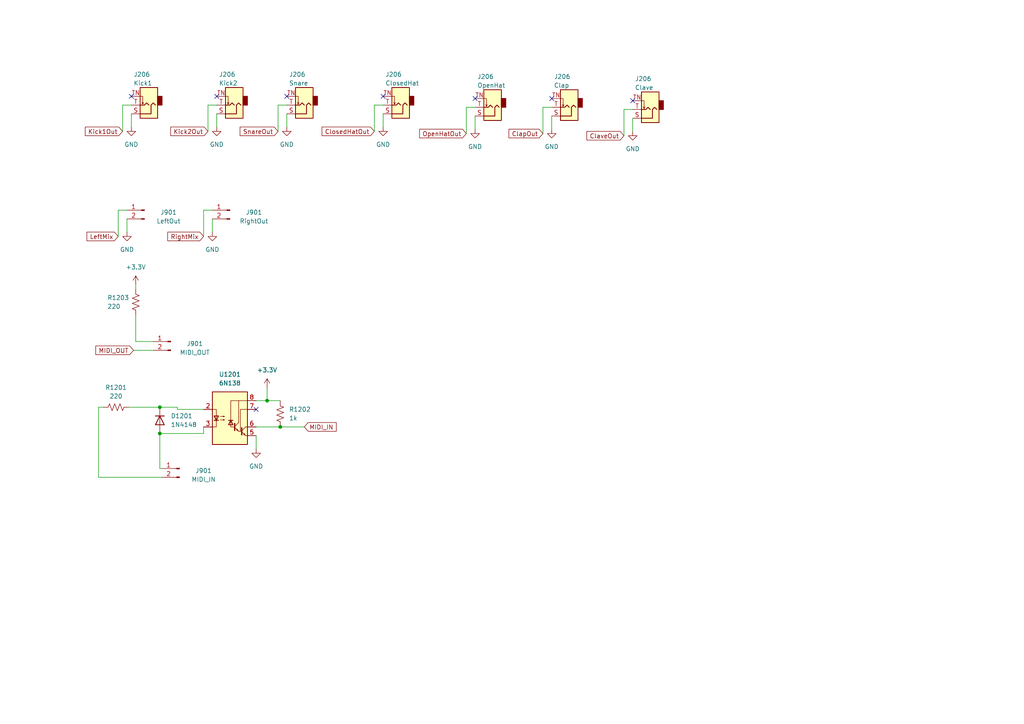
<source format=kicad_sch>
(kicad_sch (version 20230121) (generator eeschema)
  (paper "A4")
  (title_block (rev "1"))
  (lib_symbols
    (symbol "Connector:Conn_01x02_Pin" (pin_names (offset 1.016) hide)
      (property "Reference" "J" (at 0 2.54 0))
      (property "Value" "Conn_01x02_Pin" (at 0 -5.08 0))
      (symbol "Conn_01x02_Pin_1_1"
        (polyline (pts (xy 1.27 -2.54) (xy 0.8636 -2.54)) (stroke (width 0.1524)))
        (polyline (pts (xy 1.27 0) (xy 0.8636 0)) (stroke (width 0.1524)))
        (rectangle (start 0.8636 -2.413) (end 0 -2.667) (stroke (width 0.1524)) (fill (type outline)))
        (rectangle (start 0.8636 0.127) (end 0 -0.127) (stroke (width 0.1524)) (fill (type outline)))
        (pin passive line (at 5.08 0 180) (length 3.81) (name "Pin_1") (number "1"))
        (pin passive line (at 5.08 -2.54 180) (length 3.81) (name "Pin_2") (number "2"))
      )
    )
    (symbol "Connector_Audio:AudioJack2_SwitchT"
      (property "Reference" "J" (at 0 8.89 0))
      (property "Value" "AudioJack2_SwitchT" (at 0 6.35 0))
      (symbol "AudioJack2_SwitchT_0_1"
        (rectangle (start -2.54 0) (end -3.81 -2.54) (stroke (width 0.254)) (fill (type outline)))
        (polyline (pts (xy 1.778 -0.254) (xy 2.032 -0.762)))
        (polyline (pts (xy 0 0) (xy 0.635 -0.635) (xy 1.27 0) (xy 2.54 0)) (stroke (width 0.254)))
        (polyline (pts (xy 2.54 -2.54) (xy 1.778 -2.54) (xy 1.778 -0.254) (xy 1.524 -0.762)))
        (polyline (pts (xy 2.54 2.54) (xy -0.635 2.54) (xy -0.635 0) (xy -1.27 -0.635) (xy -1.905 0)) (stroke (width 0.254)))
        (rectangle (start 2.54 3.81) (end -2.54 -5.08) (stroke (width 0.254)) (fill (type background)))
      )
      (symbol "AudioJack2_SwitchT_1_1"
        (pin passive line (at 5.08 2.54 180) (length 2.54) (name "~") (number "S"))
        (pin passive line (at 5.08 0 180) (length 2.54) (name "~") (number "T"))
        (pin passive line (at 5.08 -2.54 180) (length 2.54) (name "~") (number "TN"))
      )
    )
    (symbol "Device:R_US" (pin_numbers hide) (pin_names (offset 0))
      (property "Reference" "R" (at 2.54 0 90))
      (property "Value" "R_US" (at -2.54 0 90))
      (symbol "R_US_0_1"
        (polyline (pts (xy 0 -2.286) (xy 0 -2.54)))
        (polyline (pts (xy 0 2.286) (xy 0 2.54)))
        (polyline (pts (xy 0 -0.762) (xy 1.016 -1.143) (xy 0 -1.524) (xy -1.016 -1.905) (xy 0 -2.286)))
        (polyline (pts (xy 0 0.762) (xy 1.016 0.381) (xy 0 0) (xy -1.016 -0.381) (xy 0 -0.762)))
        (polyline (pts (xy 0 2.286) (xy 1.016 1.905) (xy 0 1.524) (xy -1.016 1.143) (xy 0 0.762)))
      )
      (symbol "R_US_1_1"
        (pin passive line (at 0 3.81 270) (length 1.27) (name "~") (number "1"))
        (pin passive line (at 0 -3.81 90) (length 1.27) (name "~") (number "2"))
      )
    )
    (symbol "Diode:1N4148" (pin_numbers hide) (pin_names hide)
      (property "Reference" "D" (at 0 2.54 0))
      (property "Value" "1N4148" (at 0 -2.54 0))
      (symbol "1N4148_0_1"
        (polyline (pts (xy -1.27 1.27) (xy -1.27 -1.27)) (stroke (width 0.254)))
        (polyline (pts (xy 1.27 0) (xy -1.27 0)))
        (polyline (pts (xy 1.27 1.27) (xy 1.27 -1.27) (xy -1.27 0) (xy 1.27 1.27)) (stroke (width 0.254)))
      )
      (symbol "1N4148_1_1"
        (pin passive line (at -3.81 0 0) (length 2.54) (name "K") (number "1"))
        (pin passive line (at 3.81 0 180) (length 2.54) (name "A") (number "2"))
      )
    )
    (symbol "Isolator:6N138" (pin_names (offset 1.016) hide)
      (property "Reference" "U" (at -4.064 8.89 0))
      (property "Value" "6N138" (at 2.286 8.89 0))
      (symbol "6N138_0_1"
        (rectangle (start -5.08 7.62) (end 5.08 -7.62) (stroke (width 0.254)) (fill (type background)))
        (polyline (pts (xy -4.572 -0.635) (xy -3.302 -0.635)) (stroke (width 0.254)))
        (polyline (pts (xy 0.889 -0.635) (xy -0.381 -0.635)) (stroke (width 0.254)))
        (polyline (pts (xy 1.397 -2.667) (xy 2.54 -3.81)))
        (polyline (pts (xy 1.397 -2.413) (xy 2.54 -1.27)))
        (polyline (pts (xy 2.54 -3.81) (xy 3.175 -3.81)))
        (polyline (pts (xy 3.429 -3.937) (xy 4.572 -5.08)))
        (polyline (pts (xy 3.429 -3.683) (xy 4.572 -2.54)))
        (polyline (pts (xy 4.572 -5.08) (xy 5.08 -5.08)))
        (polyline (pts (xy 4.572 -2.54) (xy 5.08 -2.54)))
        (polyline (pts (xy 1.397 -1.524) (xy 1.397 -3.556) (xy 1.397 -3.556)) (stroke (width 0.3556)))
        (polyline (pts (xy 2.54 -1.27) (xy 2.54 5.08) (xy 5.08 5.08)))
        (polyline (pts (xy 3.429 -2.794) (xy 3.429 -4.826) (xy 3.429 -4.826)) (stroke (width 0.3556)))
        (polyline (pts (xy 5.08 2.54) (xy 3.048 2.54) (xy 3.048 -3.81)))
        (polyline (pts (xy -5.08 -2.54) (xy -3.937 -2.54) (xy -3.937 2.54) (xy -5.08 2.54)))
        (polyline (pts (xy -3.937 -0.635) (xy -4.572 0.635) (xy -3.302 0.635) (xy -3.937 -0.635)) (stroke (width 0.254)))
        (polyline (pts (xy 0.254 -0.635) (xy 0.889 -1.905) (xy -0.381 -1.905) (xy 0.254 -0.635)) (stroke (width 0.254)))
        (polyline (pts (xy 1.27 -2.54) (xy 0.254 -2.54) (xy 0.254 5.08) (xy 2.54 5.08)))
        (polyline (pts (xy 2.413 -3.683) (xy 2.159 -3.175) (xy 1.905 -3.429) (xy 2.413 -3.683)))
        (polyline (pts (xy 4.445 -4.953) (xy 4.191 -4.445) (xy 3.937 -4.699) (xy 4.445 -4.953)))
        (polyline (pts (xy -2.794 -0.508) (xy -1.524 -0.508) (xy -1.905 -0.635) (xy -1.905 -0.381) (xy -1.524 -0.508)))
        (polyline (pts (xy -2.794 0.508) (xy -1.524 0.508) (xy -1.905 0.381) (xy -1.905 0.635) (xy -1.524 0.508)))
      )
      (symbol "6N138_1_1"
        (pin no_connect line (at -5.08 5.08 0) (length 2.54) hide (name "NC") (number "1"))
        (pin passive line (at -7.62 2.54 0) (length 2.54) (name "C1") (number "2"))
        (pin passive line (at -7.62 -2.54 0) (length 2.54) (name "C2") (number "3"))
        (pin no_connect line (at -5.08 -5.08 0) (length 2.54) hide (name "NC") (number "4"))
        (pin passive line (at 7.62 -5.08 180) (length 2.54) (name "GND") (number "5"))
        (pin passive line (at 7.62 -2.54 180) (length 2.54) (name "VO2") (number "6"))
        (pin passive line (at 7.62 2.54 180) (length 2.54) (name "VO1") (number "7"))
        (pin passive line (at 7.62 5.08 180) (length 2.54) (name "VCC") (number "8"))
      )
    )
    (symbol "power:+3.3V" (power) (pin_names (offset 0))
      (property "Value" "+3.3V" (at 0 3.556 0))
      (symbol "+3.3V_0_1"
        (polyline (pts (xy -0.762 1.27) (xy 0 2.54)))
        (polyline (pts (xy 0 0) (xy 0 2.54)))
        (polyline (pts (xy 0 2.54) (xy 0.762 1.27)))
      )
      (symbol "+3.3V_1_1"
        (pin power_in line (at 0 0 90) (length 0) hide (name "+3.3V") (number "1"))
      )
    )
    (symbol "power:GND" (power) (pin_names (offset 0))
      (property "Value" "GND" (at 0 -3.81 0))
      (symbol "GND_0_1"
        (polyline (pts (xy 0 0) (xy 0 -1.27) (xy 1.27 -1.27) (xy 0 -2.54) (xy -1.27 -1.27) (xy 0 -1.27)))
      )
      (symbol "GND_1_1"
        (pin power_in line (at 0 0 270) (length 0) hide (name "GND") (number "1"))
      )
    )
  )
  (junction (at 46.355 125.73))
  (junction (at 81.28 123.825))
  (junction (at 77.47 116.205))
  (junction (at 46.355 118.11))
  (no_connect (at 62.865 27.94))
  (no_connect (at 38.1 27.94))
  (no_connect (at 74.295 118.745))
  (no_connect (at 183.515 29.21))
  (no_connect (at 83.185 27.94))
  (no_connect (at 137.795 28.575))
  (no_connect (at 160.02 28.575))
  (no_connect (at 111.125 27.94))
  (wire (pts (xy 83.185 33.02) (xy 83.185 36.83)))
  (wire (pts (xy 183.515 34.29) (xy 183.515 38.1)))
  (wire (pts (xy 111.125 33.02) (xy 111.125 36.83)))
  (wire (pts (xy 77.47 112.395) (xy 77.47 116.205)))
  (wire (pts (xy 59.055 60.96) (xy 59.055 68.58)))
  (wire (pts (xy 59.055 118.745) (xy 51.435 118.745)))
  (wire (pts (xy 35.56 30.48) (xy 38.1 30.48)))
  (wire (pts (xy 28.575 118.11) (xy 29.845 118.11)))
  (wire (pts (xy 74.295 123.825) (xy 81.28 123.825)))
  (wire (pts (xy 59.055 123.825) (xy 59.055 125.73)))
  (wire (pts (xy 81.28 123.825) (xy 88.265 123.825)))
  (wire (pts (xy 39.37 82.55) (xy 39.37 83.82)))
  (wire (pts (xy 34.29 60.96) (xy 36.83 60.96)))
  (wire (pts (xy 157.48 31.115) (xy 160.02 31.115)))
  (wire (pts (xy 38.1 33.02) (xy 38.1 36.83)))
  (wire (pts (xy 44.45 101.6) (xy 38.735 101.6)))
  (wire (pts (xy 36.83 63.5) (xy 36.83 67.31)))
  (wire (pts (xy 135.255 31.115) (xy 135.255 38.735)))
  (wire (pts (xy 108.585 30.48) (xy 108.585 38.1)))
  (wire (pts (xy 61.595 63.5) (xy 61.595 67.31)))
  (wire (pts (xy 74.295 116.205) (xy 77.47 116.205)))
  (wire (pts (xy 46.99 138.43) (xy 28.575 138.43)))
  (wire (pts (xy 51.435 118.745) (xy 51.435 118.11)))
  (wire (pts (xy 160.02 33.655) (xy 160.02 37.465)))
  (wire (pts (xy 60.325 30.48) (xy 62.865 30.48)))
  (wire (pts (xy 74.295 126.365) (xy 74.295 130.175)))
  (wire (pts (xy 34.29 60.96) (xy 34.29 68.58)))
  (wire (pts (xy 137.795 33.655) (xy 137.795 37.465)))
  (wire (pts (xy 62.865 33.02) (xy 62.865 36.83)))
  (wire (pts (xy 80.645 30.48) (xy 83.185 30.48)))
  (wire (pts (xy 46.355 125.73) (xy 46.355 135.89)))
  (wire (pts (xy 46.99 135.89) (xy 46.355 135.89)))
  (wire (pts (xy 51.435 118.11) (xy 46.355 118.11)))
  (wire (pts (xy 59.055 125.73) (xy 46.355 125.73)))
  (wire (pts (xy 28.575 138.43) (xy 28.575 118.11)))
  (wire (pts (xy 108.585 30.48) (xy 111.125 30.48)))
  (wire (pts (xy 180.975 31.75) (xy 183.515 31.75)))
  (wire (pts (xy 157.48 31.115) (xy 157.48 38.735)))
  (wire (pts (xy 37.465 118.11) (xy 46.355 118.11)))
  (wire (pts (xy 39.37 99.06) (xy 44.45 99.06)))
  (wire (pts (xy 39.37 99.06) (xy 39.37 91.44)))
  (wire (pts (xy 180.975 31.75) (xy 180.975 39.37)))
  (wire (pts (xy 35.56 30.48) (xy 35.56 38.1)))
  (wire (pts (xy 60.325 30.48) (xy 60.325 38.1)))
  (wire (pts (xy 77.47 116.205) (xy 81.28 116.205)))
  (wire (pts (xy 59.055 60.96) (xy 61.595 60.96)))
  (wire (pts (xy 80.645 30.48) (xy 80.645 38.1)))
  (wire (pts (xy 135.255 31.115) (xy 137.795 31.115)))
  (global_label "ClaveOut" (shape input) (at 180.975 39.37 180) (property "Intersheetrefs" "${INTERSHEET_REFS}" (effects hide)))
  (global_label "OpenHatOut" (shape input) (at 135.255 38.735 180) (property "Intersheetrefs" "${INTERSHEET_REFS}" (effects hide)))
  (global_label "MIDI_OUT" (shape input) (at 38.735 101.6 180) (property "Intersheetrefs" "${INTERSHEET_REFS}" (effects hide)))
  (global_label "Kick2Out" (shape input) (at 60.325 38.1 180) (property "Intersheetrefs" "${INTERSHEET_REFS}" (effects hide)))
  (global_label "ClosedHatOut" (shape input) (at 108.585 38.1 180) (property "Intersheetrefs" "${INTERSHEET_REFS}" (effects hide)))
  (global_label "LeftMix" (shape input) (at 34.29 68.58 180) (property "Intersheetrefs" "${INTERSHEET_REFS}" (effects hide)))
  (global_label "SnareOut" (shape input) (at 80.645 38.1 180) (property "Intersheetrefs" "${INTERSHEET_REFS}" (effects hide)))
  (global_label "Kick1Out" (shape input) (at 35.56 38.1 180) (property "Intersheetrefs" "${INTERSHEET_REFS}" (effects hide)))
  (global_label "RightMix" (shape input) (at 59.055 68.58 180) (property "Intersheetrefs" "${INTERSHEET_REFS}" (effects hide)))
  (global_label "ClapOut" (shape input) (at 157.48 38.735 180) (property "Intersheetrefs" "${INTERSHEET_REFS}" (effects hide)))
  (global_label "MIDI_IN" (shape input) (at 88.265 123.825 0) (property "Intersheetrefs" "${INTERSHEET_REFS}" (effects hide)))
  (symbol (lib_id "Device:R_US") (at 33.655 118.11 90) (unit 1)
    (property "Reference" "R1201" (at 33.655 112.395 90))
    (property "Value" "220" (at 33.655 114.935 90))
    (property "Footprint" "PCM_Resistor_SMD_AKL:R_0805_2012Metric" (effects hide))
  )
  (symbol (lib_id "power:GND") (at 83.185 36.83 0) (unit 1)
    (property "Reference" "#PWR01208" (effects hide))
    (property "Value" "GND" (at 83.185 41.91 0))
  )
  (symbol (lib_id "Device:R_US") (at 39.37 87.63 180) (unit 1)
    (property "Reference" "R1203" (at 31.115 86.36 0) (effects (justify right)))
    (property "Value" "220" (at 31.115 88.9 0) (effects (justify right)))
    (property "Footprint" "PCM_Resistor_SMD_AKL:R_0805_2012Metric" (effects hide))
  )
  (symbol (lib_id "power:GND") (at 36.83 67.31 0) (unit 1)
    (property "Reference" "#PWR01213" (effects hide))
    (property "Value" "GND" (at 36.83 72.39 0))
  )
  (symbol (lib_id "Diode:1N4148") (at 46.355 121.92 270) (unit 1)
    (property "Reference" "D1201" (at 49.53 120.65 90) (effects (justify left)))
    (property "Value" "1N4148" (at 49.53 123.19 90) (effects (justify left)))
    (property "Footprint" "Diode_SMD:D_SOD-123" (effects hide))
    (property "Datasheet" "https://assets.nexperia.com/documents/data-sheet/1N4148_1N4448.pdf" (effects hide))
    (property "Sim.Device" "D" (effects hide))
    (property "Sim.Pins" "1=K 2=A" (effects hide))
  )
  (symbol (lib_id "power:GND") (at 38.1 36.83 0) (unit 1)
    (property "Reference" "#PWR01206" (effects hide))
    (property "Value" "GND" (at 38.1 41.91 0))
  )
  (symbol (lib_id "power:GND") (at 160.02 37.465 0) (unit 1)
    (property "Reference" "#PWR01211" (effects hide))
    (property "Value" "GND" (at 160.02 42.545 0))
  )
  (symbol (lib_id "Connector_Audio:AudioJack2_SwitchT") (at 116.205 30.48 180) (unit 1)
    (property "Reference" "J206" (at 111.76 21.59 0) (effects (justify right)))
    (property "Value" "ClosedHat" (at 111.76 24.13 0) (effects (justify right)))
    (property "Footprint" "Connector_Audio:Jack_3.5mm_PJ323_THT_Horizontal" (effects hide))
    (instances (project "TunerVCO" (path "" (reference "J206") (unit 1))) (project "ESP808_mk3_rev2" (path "" (reference "J1205") (unit 1))) (project "ControlBoard" (path "" (reference "J206") (unit 1))))
  )
  (symbol (lib_id "Connector:Conn_01x02_Pin") (at 66.675 60.96 0) (mirror y) (unit 1)
    (property "Reference" "J901" (at 73.66 61.595 0))
    (property "Value" "RightOut" (at 73.66 64.135 0))
    (property "Footprint" "Connector_PinHeader_2.54mm:PinHeader_1x02_P2.54mm_Vertical" (effects hide))
    (instances (project "ESP808_mk3_rev2" (path "" (reference "J901") (unit 1)) (path "" (reference "J303") (unit 1)) (path "" (reference "J1210") (unit 1))))
  )
  (symbol (lib_id "power:GND") (at 62.865 36.83 0) (unit 1)
    (property "Reference" "#PWR01207" (effects hide))
    (property "Value" "GND" (at 62.865 41.91 0))
  )
  (symbol (lib_id "Isolator:6N138") (at 66.675 121.285 0) (unit 1)
    (property "Reference" "U1201" (at 66.675 108.585 0))
    (property "Value" "6N138" (at 66.675 111.125 0))
    (property "Footprint" "PCM_Package_DIP_AKL:DIP-8_W7.62mm_Socket" (effects hide))
    (property "Datasheet" "http://www.onsemi.com/pub/Collateral/HCPL2731-D.pdf" (effects hide))
  )
  (symbol (lib_id "Connector:Conn_01x02_Pin") (at 52.07 135.89 0) (mirror y) (unit 1)
    (property "Reference" "J901" (at 59.055 136.525 0))
    (property "Value" "MIDI_IN" (at 59.055 139.065 0))
    (property "Footprint" "Connector_PinHeader_2.54mm:PinHeader_1x02_P2.54mm_Vertical" (effects hide))
    (instances (project "ESP808_mk3_rev2" (path "" (reference "J901") (unit 1)) (path "" (reference "J303") (unit 1)) (path "" (reference "J1201") (unit 1))))
  )
  (symbol (lib_id "Device:R_US") (at 81.28 120.015 180) (unit 1)
    (property "Reference" "R1202" (at 83.82 118.745 0) (effects (justify right)))
    (property "Value" "1k" (at 83.82 121.285 0) (effects (justify right)))
    (property "Footprint" "PCM_Resistor_SMD_AKL:R_0805_2012Metric" (effects hide))
  )
  (symbol (lib_id "Connector_Audio:AudioJack2_SwitchT") (at 165.1 31.115 180) (unit 1)
    (property "Reference" "J206" (at 160.655 22.225 0) (effects (justify right)))
    (property "Value" "Clap" (at 160.655 24.765 0) (effects (justify right)))
    (property "Footprint" "Connector_Audio:Jack_3.5mm_PJ323_THT_Horizontal" (effects hide))
    (instances (project "TunerVCO" (path "" (reference "J206") (unit 1))) (project "ESP808_mk3_rev2" (path "" (reference "J1207") (unit 1))) (project "ControlBoard" (path "" (reference "J206") (unit 1))))
  )
  (symbol (lib_id "Connector:Conn_01x02_Pin") (at 41.91 60.96 0) (mirror y) (unit 1)
    (property "Reference" "J901" (at 48.895 61.595 0))
    (property "Value" "LeftOut" (at 48.895 64.135 0))
    (property "Footprint" "Connector_PinHeader_2.54mm:PinHeader_1x02_P2.54mm_Vertical" (effects hide))
    (instances (project "ESP808_mk3_rev2" (path "" (reference "J901") (unit 1)) (path "" (reference "J303") (unit 1)) (path "" (reference "J1209") (unit 1))))
  )
  (symbol (lib_id "Connector_Audio:AudioJack2_SwitchT") (at 188.595 31.75 180) (unit 1)
    (property "Reference" "J206" (at 184.15 22.86 0) (effects (justify right)))
    (property "Value" "Clave" (at 184.15 25.4 0) (effects (justify right)))
    (property "Footprint" "Connector_Audio:Jack_3.5mm_PJ323_THT_Horizontal" (effects hide))
    (instances (project "TunerVCO" (path "" (reference "J206") (unit 1))) (project "ESP808_mk3_rev2" (path "" (reference "J1208") (unit 1))) (project "ControlBoard" (path "" (reference "J206") (unit 1))))
  )
  (symbol (lib_id "Connector:Conn_01x02_Pin") (at 49.53 99.06 0) (mirror y) (unit 1)
    (property "Reference" "J901" (at 56.515 99.695 0))
    (property "Value" "MIDI_OUT" (at 56.515 102.235 0))
    (property "Footprint" "Connector_PinHeader_2.54mm:PinHeader_1x02_P2.54mm_Vertical" (effects hide))
    (instances (project "ESP808_mk3_rev2" (path "" (reference "J901") (unit 1)) (path "" (reference "J303") (unit 1)) (path "" (reference "J1202") (unit 1))))
  )
  (symbol (lib_id "Connector_Audio:AudioJack2_SwitchT") (at 67.945 30.48 180) (unit 1)
    (property "Reference" "J206" (at 63.5 21.59 0) (effects (justify right)))
    (property "Value" "Kick2" (at 63.5 24.13 0) (effects (justify right)))
    (property "Footprint" "Connector_Audio:Jack_3.5mm_PJ323_THT_Horizontal" (effects hide))
    (instances (project "TunerVCO" (path "" (reference "J206") (unit 1))) (project "ESP808_mk3_rev2" (path "" (reference "J1203") (unit 1))) (project "ControlBoard" (path "" (reference "J206") (unit 1))))
  )
  (symbol (lib_id "power:GND") (at 74.295 130.175 0) (unit 1)
    (property "Reference" "#PWR01202" (effects hide))
    (property "Value" "GND" (at 74.295 135.255 0))
  )
  (symbol (lib_id "Connector_Audio:AudioJack2_SwitchT") (at 142.875 31.115 180) (unit 1)
    (property "Reference" "J206" (at 138.43 22.225 0) (effects (justify right)))
    (property "Value" "OpenHat" (at 138.43 24.765 0) (effects (justify right)))
    (property "Footprint" "Connector_Audio:Jack_3.5mm_PJ323_THT_Horizontal" (effects hide))
    (instances (project "TunerVCO" (path "" (reference "J206") (unit 1))) (project "ESP808_mk3_rev2" (path "" (reference "J1206") (unit 1))) (project "ControlBoard" (path "" (reference "J206") (unit 1))))
  )
  (symbol (lib_id "power:+3.3V") (at 39.37 82.55 0) (unit 1)
    (property "Reference" "#PWR01205" (effects hide))
    (property "Value" "+3.3V" (at 39.37 77.47 0))
  )
  (symbol (lib_id "power:GND") (at 61.595 67.31 0) (unit 1)
    (property "Reference" "#PWR01214" (effects hide))
    (property "Value" "GND" (at 61.595 72.39 0))
  )
  (symbol (lib_id "power:GND") (at 183.515 38.1 0) (unit 1)
    (property "Reference" "#PWR01212" (effects hide))
    (property "Value" "GND" (at 183.515 43.18 0))
  )
  (symbol (lib_id "power:GND") (at 137.795 37.465 0) (unit 1)
    (property "Reference" "#PWR01210" (effects hide))
    (property "Value" "GND" (at 137.795 42.545 0))
  )
  (symbol (lib_id "Connector_Audio:AudioJack2_SwitchT") (at 43.18 30.48 180) (unit 1)
    (property "Reference" "J206" (at 38.735 21.59 0) (effects (justify right)))
    (property "Value" "Kick1" (at 38.735 24.13 0) (effects (justify right)))
    (property "Footprint" "Connector_Audio:Jack_3.5mm_PJ323_THT_Horizontal" (effects hide))
    (instances (project "TunerVCO" (path "" (reference "J206") (unit 1))) (project "ESP808_mk3_rev2" (path "" (reference "J1212") (unit 1))) (project "ControlBoard" (path "" (reference "J206") (unit 1))))
  )
  (symbol (lib_id "power:GND") (at 111.125 36.83 0) (unit 1)
    (property "Reference" "#PWR01209" (effects hide))
    (property "Value" "GND" (at 111.125 41.91 0))
  )
  (symbol (lib_id "power:+3.3V") (at 77.47 112.395 0) (unit 1)
    (property "Reference" "#PWR01201" (effects hide))
    (property "Value" "+3.3V" (at 77.47 107.315 0))
  )
  (symbol (lib_id "Connector_Audio:AudioJack2_SwitchT") (at 88.265 30.48 180) (unit 1)
    (property "Reference" "J206" (at 83.82 21.59 0) (effects (justify right)))
    (property "Value" "Snare" (at 83.82 24.13 0) (effects (justify right)))
    (property "Footprint" "Connector_Audio:Jack_3.5mm_PJ323_THT_Horizontal" (effects hide))
    (instances (project "TunerVCO" (path "" (reference "J206") (unit 1))) (project "ESP808_mk3_rev2" (path "" (reference "J1204") (unit 1))) (project "ControlBoard" (path "" (reference "J206") (unit 1))))
  )
)
</source>
